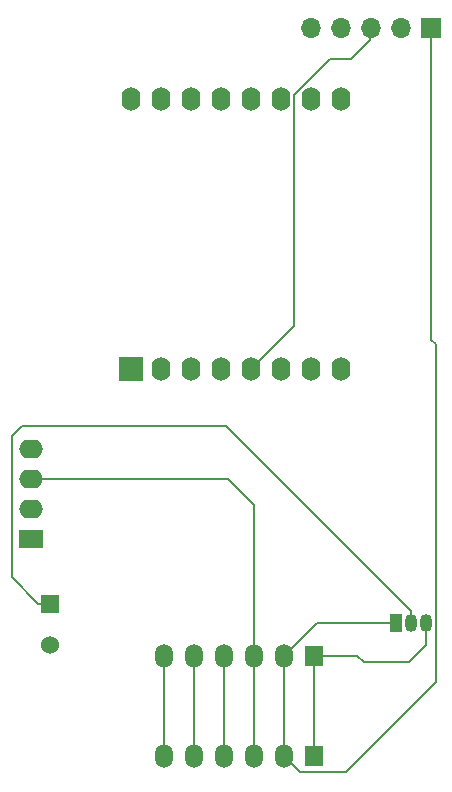
<source format=gbr>
%TF.GenerationSoftware,KiCad,Pcbnew,8.0.8-unknown-202501290020~8b811aa383~ubuntu24.04.1*%
%TF.CreationDate,2025-02-10T17:26:24-05:00*%
%TF.ProjectId,deleteme,64656c65-7465-46d6-952e-6b696361645f,rev?*%
%TF.SameCoordinates,Original*%
%TF.FileFunction,Copper,L2,Bot*%
%TF.FilePolarity,Positive*%
%FSLAX46Y46*%
G04 Gerber Fmt 4.6, Leading zero omitted, Abs format (unit mm)*
G04 Created by KiCad (PCBNEW 8.0.8-unknown-202501290020~8b811aa383~ubuntu24.04.1) date 2025-02-10 17:26:24*
%MOMM*%
%LPD*%
G01*
G04 APERTURE LIST*
%TA.AperFunction,ComponentPad*%
%ADD10R,1.524000X1.524000*%
%TD*%
%TA.AperFunction,ComponentPad*%
%ADD11C,1.524000*%
%TD*%
%TA.AperFunction,ComponentPad*%
%ADD12R,1.600000X1.700000*%
%TD*%
%TA.AperFunction,ComponentPad*%
%ADD13O,1.500000X2.000000*%
%TD*%
%TA.AperFunction,ComponentPad*%
%ADD14R,2.000000X2.000000*%
%TD*%
%TA.AperFunction,ComponentPad*%
%ADD15O,1.600000X2.000000*%
%TD*%
%TA.AperFunction,ComponentPad*%
%ADD16R,2.000000X1.600000*%
%TD*%
%TA.AperFunction,ComponentPad*%
%ADD17O,2.000000X1.600000*%
%TD*%
%TA.AperFunction,ComponentPad*%
%ADD18R,1.700000X1.700000*%
%TD*%
%TA.AperFunction,ComponentPad*%
%ADD19O,1.700000X1.700000*%
%TD*%
%TA.AperFunction,ComponentPad*%
%ADD20R,1.050000X1.500000*%
%TD*%
%TA.AperFunction,ComponentPad*%
%ADD21O,1.050000X1.500000*%
%TD*%
%TA.AperFunction,Conductor*%
%ADD22C,0.200000*%
%TD*%
G04 APERTURE END LIST*
D10*
%TO.P,J1,1,Pin_1*%
%TO.N,N/C*%
X132590000Y-123726409D03*
D11*
%TO.P,J1,2,Pin_2*%
X132590000Y-127226409D03*
%TD*%
D12*
%TO.P,U3,1,Vin*%
%TO.N,N/C*%
X154890000Y-136626409D03*
D13*
%TO.P,U3,2,GND*%
X152350000Y-136626409D03*
%TO.P,U3,3,SCL*%
X149810000Y-136626409D03*
%TO.P,U3,4,SDA*%
X147270000Y-136626409D03*
%TO.P,U3,5,GPIO1*%
X144730000Y-136626409D03*
%TO.P,U3,6,XSHUT*%
X142190000Y-136626409D03*
%TD*%
D12*
%TO.P,U3,1,Vin*%
%TO.N,N/C*%
X154890000Y-128126409D03*
D13*
%TO.P,U3,2,GND*%
X152350000Y-128126409D03*
%TO.P,U3,3,SCL*%
X149810000Y-128126409D03*
%TO.P,U3,4,SDA*%
X147270000Y-128126409D03*
%TO.P,U3,5,GPIO1*%
X144730000Y-128126409D03*
%TO.P,U3,6,XSHUT*%
X142190000Y-128126409D03*
%TD*%
D14*
%TO.P,U1,1,~{RST}*%
%TO.N,N/C*%
X139380000Y-103876409D03*
D15*
%TO.P,U1,2,A0*%
X141920000Y-103876409D03*
%TO.P,U1,3,D0*%
X144460000Y-103876409D03*
%TO.P,U1,4,SCK/D5*%
X147000000Y-103876409D03*
%TO.P,U1,5,MISO/D6*%
X149540000Y-103876409D03*
%TO.P,U1,6,MOSI/D7*%
X152080000Y-103876409D03*
%TO.P,U1,7,CS/D8*%
X154620000Y-103876409D03*
%TO.P,U1,8,3V3*%
X157160000Y-103876409D03*
%TO.P,U1,9,5V*%
X157160000Y-81016409D03*
%TO.P,U1,10,GND*%
X154620000Y-81016409D03*
%TO.P,U1,11,D4*%
X152080000Y-81016409D03*
%TO.P,U1,12,D3*%
X149540000Y-81016409D03*
%TO.P,U1,13,SDA/D2*%
X147000000Y-81016409D03*
%TO.P,U1,14,SCL/D1*%
X144460000Y-81016409D03*
%TO.P,U1,15,RX*%
X141920000Y-81016409D03*
%TO.P,U1,16,TX*%
X139380000Y-81016409D03*
%TD*%
D16*
%TO.P,DISP1,1,Gnd*%
%TO.N,N/C*%
X130940000Y-118276409D03*
D17*
%TO.P,DISP1,2,Vcc*%
X130940000Y-115736409D03*
%TO.P,DISP1,3,SCL*%
X130940000Y-113196409D03*
%TO.P,DISP1,4,SDA*%
X130940000Y-110656409D03*
%TD*%
D18*
%TO.P,U6,1,GND*%
%TO.N,N/C*%
X164850000Y-75026409D03*
D19*
%TO.P,U6,2,TX*%
X162310000Y-75026409D03*
%TO.P,U6,3,RX*%
X159770000Y-75026409D03*
%TO.P,U6,4,RST*%
X157230000Y-75026409D03*
%TO.P,U6,5,3.3v*%
X154690000Y-75026409D03*
%TD*%
D20*
%TO.P,U5,1,GND*%
%TO.N,N/C*%
X161875000Y-125326409D03*
D21*
%TO.P,U5,2,VI*%
X163145000Y-125326409D03*
%TO.P,U5,3,VO*%
X164415000Y-125326409D03*
%TD*%
D22*
%TO.N,*%
X163145000Y-124376409D02*
X163145000Y-125326409D01*
X132540000Y-123726409D02*
X131578000Y-123726409D01*
X147445000Y-108676409D02*
X163145000Y-124376409D01*
X129340000Y-121488409D02*
X129340000Y-109526409D01*
X130190000Y-108676409D02*
X147445000Y-108676409D01*
X129340000Y-109526409D02*
X130190000Y-108676409D01*
X131578000Y-123726409D02*
X129340000Y-121488409D01*
X149540000Y-103876409D02*
X153180000Y-100236409D01*
X159615000Y-76026409D02*
X159615000Y-75181409D01*
X153180000Y-100236409D02*
X153180000Y-80700774D01*
X153180000Y-80700774D02*
X156254365Y-77626409D01*
X156254365Y-77626409D02*
X158015000Y-77626409D01*
X158015000Y-77626409D02*
X159615000Y-76026409D01*
X159615000Y-75181409D02*
X159770000Y-75026409D01*
X144730000Y-136626409D02*
X144730000Y-128126409D01*
X147270000Y-136626409D02*
X147270000Y-128126409D01*
X142190000Y-136626409D02*
X142190000Y-128126409D01*
X147610000Y-113196409D02*
X130940000Y-113196409D01*
X149810000Y-136626409D02*
X149810000Y-128126409D01*
X149810000Y-128126409D02*
X149810000Y-115396409D01*
X149810000Y-115396409D02*
X147610000Y-113196409D01*
X159140000Y-128676409D02*
X158590000Y-128126409D01*
X162990000Y-128676409D02*
X159140000Y-128676409D01*
X154890000Y-136626409D02*
X154890000Y-128126409D01*
X164415000Y-127251409D02*
X162990000Y-128676409D01*
X158590000Y-128126409D02*
X154890000Y-128126409D01*
X164415000Y-125326409D02*
X164415000Y-127251409D01*
X152350000Y-128126409D02*
X155150000Y-125326409D01*
X164850000Y-101386409D02*
X165240000Y-101776409D01*
X165240000Y-130376409D02*
X157640000Y-137976409D01*
X153700000Y-137976409D02*
X152350000Y-136626409D01*
X164850000Y-75026409D02*
X164850000Y-101386409D01*
X157640000Y-137976409D02*
X153700000Y-137976409D01*
X152350000Y-136626409D02*
X152350000Y-128126409D01*
X154620000Y-81206409D02*
X154620000Y-81016409D01*
X155150000Y-125326409D02*
X161875000Y-125326409D01*
X165240000Y-101776409D02*
X165240000Y-130376409D01*
%TD*%
M02*

</source>
